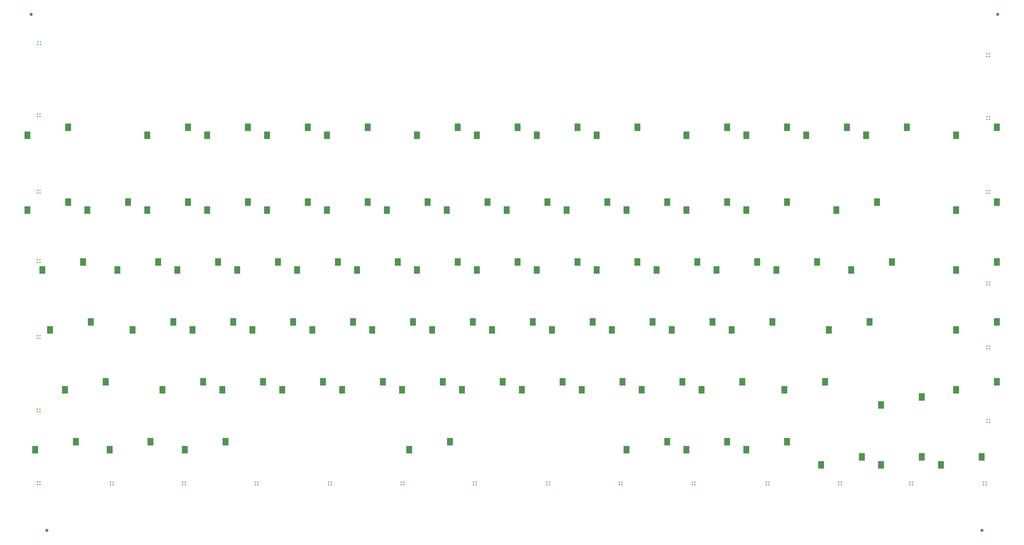
<source format=gbp>
G04 Layer: BottomPasteMaskLayer*
G04 EasyEDA Pro v2.2.36.7, 2025-02-27 19:51:26*
G04 Gerber Generator version 0.3*
G04 Scale: 100 percent, Rotated: No, Reflected: No*
G04 Dimensions in millimeters*
G04 Leading zeros omitted, absolute positions, 4 integers and 5 decimals*
G04 Panelize: V-CUT, Column: 1, Row: 1, Board Size: 327.343mm x 158.09mm, Panelized Board Size: 327.343mm x 170.091mm, Panelized Method: Only Board Outline*
%FSLAX45Y45*%
%MOMM*%
%ADD10C,1.0*%
%ADD11R,1.95001X2.4*%
%ADD12R,0.45001X0.45001*%
%ADD13R,0.45001X0.45001*%
%ADD14R,0.45001X0.45001*%
G75*


G04 Panelize Start*
G54D10*
G01X360781Y15528341D03*
G01X31094945Y15528341D03*
G01X860781Y-880729D03*
G01X30594945Y-880729D03*
G04 Panelize End*

G04 Pad Start*
G54D11*
G01X5346497Y11938000D03*
G01X4051503Y11684000D03*
G01X1536497Y11938000D03*
G01X241503Y11684000D03*
G01X7251497Y11938000D03*
G01X5956503Y11684000D03*
G01X9156497Y11938000D03*
G01X7861503Y11684000D03*
G01X11061497Y11938000D03*
G01X9766503Y11684000D03*
G01X13918997Y11938000D03*
G01X12624003Y11684000D03*
G01X15823997Y11938000D03*
G01X14529003Y11684000D03*
G01X17728997Y11938000D03*
G01X16434003Y11684000D03*
G01X19633997Y11938000D03*
G01X18339003Y11684000D03*
G01X22491497Y11938000D03*
G01X21196503Y11684000D03*
G01X24396497Y11938000D03*
G01X23101503Y11684000D03*
G01X26301497Y11938000D03*
G01X25006503Y11684000D03*
G01X28206497Y11938000D03*
G01X26911503Y11684000D03*
G01X1536497Y9563100D03*
G01X241503Y9309100D03*
G01X3441497Y9563100D03*
G01X2146503Y9309100D03*
G01X5346497Y9563100D03*
G01X4051503Y9309100D03*
G01X7251497Y9563100D03*
G01X5956503Y9309100D03*
G01X9156497Y9563100D03*
G01X7861503Y9309100D03*
G01X11061497Y9563100D03*
G01X9766503Y9309100D03*
G01X12966497Y9563100D03*
G01X11671503Y9309100D03*
G01X14871497Y9563100D03*
G01X13576503Y9309100D03*
G01X16776497Y9563100D03*
G01X15481503Y9309100D03*
G01X18681497Y9563100D03*
G01X17386503Y9309100D03*
G01X20586497Y9563100D03*
G01X19291503Y9309100D03*
G01X22491497Y9563100D03*
G01X21196503Y9309100D03*
G01X24396497Y9563100D03*
G01X23101503Y9309100D03*
G01X27253997Y9563100D03*
G01X25959003Y9309100D03*
G01X2012497Y7658100D03*
G01X717503Y7404100D03*
G01X4393997Y7658100D03*
G01X3099003Y7404100D03*
G01X6298997Y7658100D03*
G01X5004003Y7404100D03*
G01X8203997Y7658100D03*
G01X6909003Y7404100D03*
G01X10108997Y7658100D03*
G01X8814003Y7404100D03*
G01X12013997Y7658100D03*
G01X10719003Y7404100D03*
G01X13918997Y7658100D03*
G01X12624003Y7404100D03*
G01X15823997Y7658100D03*
G01X14529003Y7404100D03*
G01X17728997Y7658100D03*
G01X16434003Y7404100D03*
G01X19633997Y7658100D03*
G01X18339003Y7404100D03*
G01X21538997Y7658100D03*
G01X20244003Y7404100D03*
G01X23443997Y7658100D03*
G01X22149003Y7404100D03*
G01X25348997Y7658100D03*
G01X24054003Y7404100D03*
G01X27729497Y7657000D03*
G01X26434503Y7403000D03*
G01X2251497Y5753100D03*
G01X956503Y5499100D03*
G01X4876597Y5753100D03*
G01X3581603Y5499100D03*
G01X6781597Y5753100D03*
G01X5486603Y5499100D03*
G01X8686597Y5753100D03*
G01X7391603Y5499100D03*
G01X10591597Y5753100D03*
G01X9296603Y5499100D03*
G01X12496597Y5753100D03*
G01X11201603Y5499100D03*
G01X14401597Y5753100D03*
G01X13106603Y5499100D03*
G01X16306597Y5753100D03*
G01X15011603Y5499100D03*
G01X18211597Y5753100D03*
G01X16916603Y5499100D03*
G01X20116597Y5753100D03*
G01X18821603Y5499100D03*
G01X22021597Y5753100D03*
G01X20726603Y5499100D03*
G01X23926597Y5753100D03*
G01X22631603Y5499100D03*
G01X27021662Y5751233D03*
G01X25726669Y5497233D03*
G01X31063997Y5753100D03*
G01X29769003Y5499100D03*
G01X2726905Y3848100D03*
G01X1431912Y3594100D03*
G01X5829097Y3848100D03*
G01X4534103Y3594100D03*
G01X7734097Y3848100D03*
G01X6439103Y3594100D03*
G01X9639097Y3848100D03*
G01X8344103Y3594100D03*
G01X11544097Y3848100D03*
G01X10249103Y3594100D03*
G01X13449097Y3848100D03*
G01X12154103Y3594100D03*
G01X15354097Y3848100D03*
G01X14059103Y3594100D03*
G01X17259097Y3848100D03*
G01X15964103Y3594100D03*
G01X19164097Y3848100D03*
G01X17869103Y3594100D03*
G01X21069097Y3848100D03*
G01X19774103Y3594100D03*
G01X22974097Y3848100D03*
G01X21679103Y3594100D03*
G01X25602997Y3848100D03*
G01X24308003Y3594100D03*
G01X28682907Y3365500D03*
G01X27387913Y3111500D03*
G01X31063997Y3848100D03*
G01X29769003Y3594100D03*
G01X1777797Y1943100D03*
G01X482803Y1689100D03*
G01X4152697Y1943100D03*
G01X2857703Y1689100D03*
G01X6540297Y1943100D03*
G01X5245303Y1689100D03*
G01X13680735Y1943100D03*
G01X12385741Y1689100D03*
G01X20586497Y1943100D03*
G01X19291503Y1689100D03*
G01X22491497Y1943100D03*
G01X21196503Y1689100D03*
G01X24396497Y1943100D03*
G01X23101503Y1689100D03*
G01X31063997Y7658100D03*
G01X29769003Y7404100D03*
G01X31063997Y9563100D03*
G01X29769003Y9309100D03*
G01X31063997Y11938000D03*
G01X29769003Y11684000D03*
G01X26777256Y1460500D03*
G01X25482262Y1206500D03*
G01X28682472Y1460500D03*
G01X27387479Y1206500D03*
G01X30587256Y1460500D03*
G01X29292262Y1206500D03*
G54D12*
G01X567106Y14572806D03*
G01X567106Y14657794D03*
G01X652069Y14572806D03*
G01X652094Y14657794D03*
G01X554406Y12276506D03*
G01X554406Y12361494D03*
G01X639369Y12276506D03*
G01X639394Y12361494D03*
G01X554406Y9850806D03*
G01X554406Y9935794D03*
G01X639369Y9850806D03*
G01X639394Y9935794D03*
G01X554406Y7641006D03*
G01X554406Y7725994D03*
G01X639369Y7641006D03*
G01X639394Y7725994D03*
G01X554406Y5228006D03*
G01X554406Y5312994D03*
G01X639369Y5228006D03*
G01X639394Y5312994D03*
G01X554406Y2891206D03*
G01X554406Y2976194D03*
G01X639369Y2891206D03*
G01X639394Y2976194D03*
G01X554406Y579806D03*
G01X554406Y664794D03*
G01X639369Y579806D03*
G01X639394Y664794D03*
G54D13*
G01X2963494Y567106D03*
G01X2878506Y567106D03*
G01X2963494Y652069D03*
G01X2878506Y652094D03*
G01X5262194Y567106D03*
G01X5177206Y567106D03*
G01X5262194Y652069D03*
G01X5177206Y652094D03*
G01X7573594Y567106D03*
G01X7488606Y567106D03*
G01X7573594Y652069D03*
G01X7488606Y652094D03*
G01X9897694Y567106D03*
G01X9812706Y567106D03*
G01X9897694Y652069D03*
G01X9812706Y652094D03*
G01X12209094Y567106D03*
G01X12124106Y567106D03*
G01X12209094Y652069D03*
G01X12124106Y652094D03*
G01X14507794Y567106D03*
G01X14422806Y567106D03*
G01X14507794Y652069D03*
G01X14422806Y652094D03*
G01X16844594Y567106D03*
G01X16759606Y567106D03*
G01X16844594Y652069D03*
G01X16759606Y652094D03*
G01X19143294Y567106D03*
G01X19058306Y567106D03*
G01X19143294Y652069D03*
G01X19058306Y652094D03*
G01X21467394Y567106D03*
G01X21382406Y567106D03*
G01X21467394Y652069D03*
G01X21382406Y652094D03*
G01X23821942Y567098D03*
G01X23736954Y567098D03*
G01X23821942Y652061D03*
G01X23736954Y652087D03*
G01X26120642Y579798D03*
G01X26035654Y579798D03*
G01X26120642Y664761D03*
G01X26035654Y664787D03*
G01X28383846Y567113D03*
G01X28298858Y567113D03*
G01X28383846Y652076D03*
G01X28298858Y652102D03*
G01X30725694Y567106D03*
G01X30640706Y567106D03*
G01X30725694Y652069D03*
G01X30640706Y652094D03*
G54D14*
G01X30839994Y2645994D03*
G01X30839994Y2561006D03*
G01X30755031Y2645994D03*
G01X30755006Y2561006D03*
G01X30839994Y4982794D03*
G01X30839994Y4897806D03*
G01X30755031Y4982794D03*
G01X30755006Y4897806D03*
G01X30839994Y7014794D03*
G01X30839994Y6929806D03*
G01X30755031Y7014794D03*
G01X30755006Y6929806D03*
G01X30839994Y9923094D03*
G01X30839994Y9838106D03*
G01X30755031Y9923094D03*
G01X30755006Y9838106D03*
G01X30839994Y12272594D03*
G01X30839994Y12187606D03*
G01X30755031Y12272594D03*
G01X30755006Y12187606D03*
G01X30839994Y14279194D03*
G01X30839994Y14194206D03*
G01X30755031Y14279194D03*
G01X30755006Y14194206D03*
G04 Pad End*

M02*


</source>
